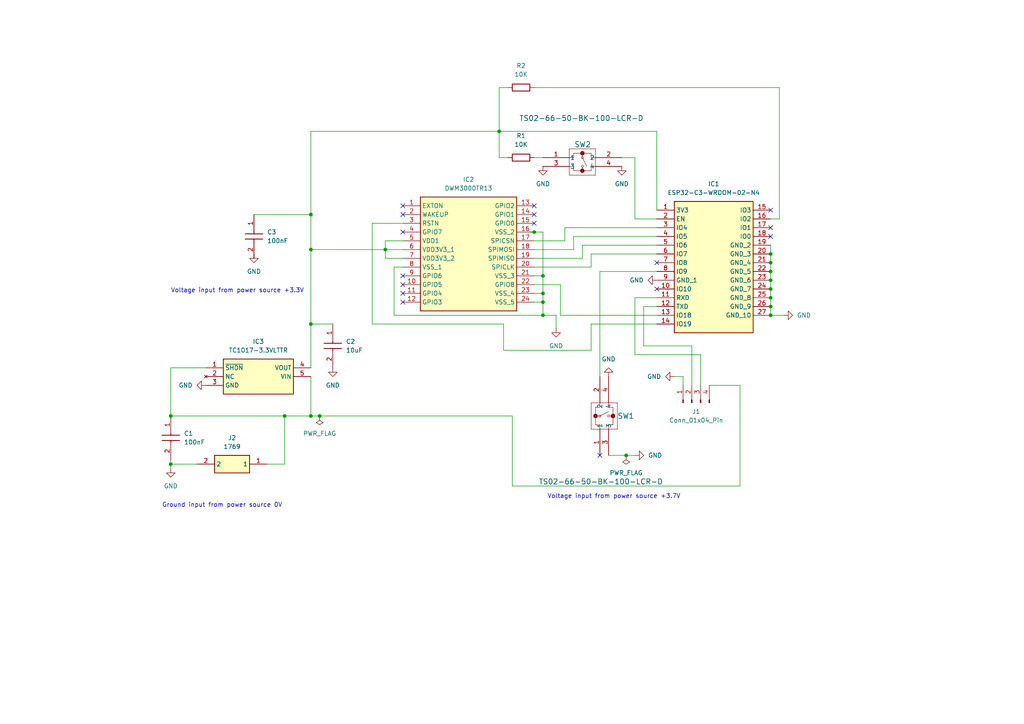
<source format=kicad_sch>
(kicad_sch (version 20230121) (generator eeschema)
  (paper "A4")
  (title_block (title "SDP Team 8 Tag PCB") (date "2025-02-03") (rev "v3") (company "UMass ECE") (comment 1 "Authors: Huy Tran, Jacob Glenn, Brian Tan, Kendrick Ong"))
  (lib_symbols
    (symbol "1769:1769"
      (property "Reference" "J" (at 16.51 7.62 0))
      (property "Value" "1769" (at 16.51 5.08 0))
      (symbol "1769_1_1"
        (rectangle (start 5.08 2.54) (end 15.24 -2.54) (stroke (width 0.254)) (fill (type background)))
        (pin passive line (at 0 0 0) (length 5.08) (name "1") (number "1"))
        (pin passive line (at 20.32 0 180) (length 5.08) (name "2") (number "2"))
      )
    )
    (symbol "6mm_push_button:TS02-66-50-BK-100-LCR-D" (pin_names (offset 0.254))
      (property "Reference" "SW2" (at 13.97 3.81 0))
      (symbol "TS02-66-50-BK-100-LCR-D_0_1"
        (polyline (pts (xy 7.62 -5.08) (xy 15.24 -5.08)) (stroke (width 0.127)))
        (polyline (pts (xy 7.62 -2.54) (xy 8.89 -2.54)) (stroke (width 0.127)))
        (polyline (pts (xy 7.62 0) (xy 8.89 0)) (stroke (width 0.127)))
        (polyline (pts (xy 7.62 2.54) (xy 7.62 -5.08)) (stroke (width 0.127)))
        (polyline (pts (xy 8.89 -3.81) (xy 13.97 -3.81)) (stroke (width 0.127)))
        (polyline (pts (xy 8.89 -2.54) (xy 8.89 -3.81)) (stroke (width 0.127)))
        (polyline (pts (xy 8.89 0) (xy 8.89 1.27)) (stroke (width 0.127)))
        (polyline (pts (xy 8.89 1.27) (xy 13.97 1.27)) (stroke (width 0.127)))
        (polyline (pts (xy 11.43 -2.8448) (xy 11.43 -3.81)) (stroke (width 0.127)))
        (polyline (pts (xy 11.43 0) (xy 12.7 -2.54)) (stroke (width 0.127)))
        (polyline (pts (xy 11.43 0.3175) (xy 11.43 1.27)) (stroke (width 0.127)))
        (polyline (pts (xy 13.97 -3.81) (xy 13.97 -2.54)) (stroke (width 0.127)))
        (polyline (pts (xy 13.97 -2.54) (xy 15.24 -2.54)) (stroke (width 0.127)))
        (polyline (pts (xy 13.97 0) (xy 15.24 0)) (stroke (width 0.127)))
        (polyline (pts (xy 13.97 1.27) (xy 13.97 0)) (stroke (width 0.127)))
        (polyline (pts (xy 15.24 -5.08) (xy 15.24 2.54)) (stroke (width 0.127)))
        (polyline (pts (xy 15.24 2.54) (xy 7.62 2.54)) (stroke (width 0.127)))
        (circle (center 11.43 -3.81) (radius 0.127) (stroke (width 0.508)))
        (circle (center 11.43 -2.54) (radius 0.3048) (stroke (width 0.127)))
        (circle (center 11.43 0) (radius 0.3048) (stroke (width 0.127)))
        (circle (center 11.43 1.27) (radius 0.127) (stroke (width 0.508)))
      )
      (symbol "TS02-66-50-BK-100-LCR-D_1_1"
        (pin passive line (at 0 0 0) (length 7.62) (name "1") (number "1"))
        (pin passive line (at 22.86 0 180) (length 7.62) (name "2") (number "2"))
        (pin power_in line (at 0 -2.54 0) (length 7.62) (name "3") (number "3"))
        (pin power_in line (at 22.86 -2.54 180) (length 7.62) (name "4") (number "4"))
      )
    )
    (symbol "Connector:Conn_01x04_Pin" (pin_names (offset 1.016) hide)
      (property "Reference" "J" (at 0 5.08 0))
      (property "Value" "Conn_01x04_Pin" (at 0 -7.62 0))
      (symbol "Conn_01x04_Pin_1_1"
        (polyline (pts (xy 1.27 -5.08) (xy 0.8636 -5.08)) (stroke (width 0.1524)))
        (polyline (pts (xy 1.27 -2.54) (xy 0.8636 -2.54)) (stroke (width 0.1524)))
        (polyline (pts (xy 1.27 0) (xy 0.8636 0)) (stroke (width 0.1524)))
        (polyline (pts (xy 1.27 2.54) (xy 0.8636 2.54)) (stroke (width 0.1524)))
        (rectangle (start 0.8636 -4.953) (end 0 -5.207) (stroke (width 0.1524)) (fill (type outline)))
        (rectangle (start 0.8636 -2.413) (end 0 -2.667) (stroke (width 0.1524)) (fill (type outline)))
        (rectangle (start 0.8636 0.127) (end 0 -0.127) (stroke (width 0.1524)) (fill (type outline)))
        (rectangle (start 0.8636 2.667) (end 0 2.413) (stroke (width 0.1524)) (fill (type outline)))
        (pin passive line (at 5.08 2.54 180) (length 3.81) (name "Pin_1") (number "1"))
        (pin passive line (at 5.08 0 180) (length 3.81) (name "Pin_2") (number "2"))
        (pin passive line (at 5.08 -2.54 180) (length 3.81) (name "Pin_3") (number "3"))
        (pin passive line (at 5.08 -5.08 180) (length 3.81) (name "Pin_4") (number "4"))
      )
    )
    (symbol "DWM3000TR13:DWM3000TR13"
      (property "Reference" "IC2" (at 19.05 7.62 0))
      (property "Value" "DWM3000TR13" (at 19.05 5.08 0))
      (symbol "DWM3000TR13_1_1"
        (rectangle (start 5.08 2.54) (end 33.02 -30.48) (stroke (width 0.254)) (fill (type background)))
        (pin passive line (at 0 0 0) (length 5.08) (name "EXTON") (number "1"))
        (pin passive line (at 0 -22.86 0) (length 5.08) (name "GPIO5") (number "10"))
        (pin passive line (at 0 -25.4 0) (length 5.08) (name "GPIO4") (number "11"))
        (pin passive line (at 0 -27.94 0) (length 5.08) (name "GPIO3") (number "12"))
        (pin passive line (at 38.1 0 180) (length 5.08) (name "GPIO2") (number "13"))
        (pin passive line (at 38.1 -2.54 180) (length 5.08) (name "GPIO1") (number "14"))
        (pin passive line (at 38.1 -5.08 180) (length 5.08) (name "GPIO0") (number "15"))
        (pin power_in line (at 38.1 -7.62 180) (length 5.08) (name "VSS_2") (number "16"))
        (pin passive line (at 38.1 -10.16 180) (length 5.08) (name "SPICSN") (number "17"))
        (pin passive line (at 38.1 -12.7 180) (length 5.08) (name "SPIMOSI") (number "18"))
        (pin passive line (at 38.1 -15.24 180) (length 5.08) (name "SPIMISO") (number "19"))
        (pin passive line (at 0 -2.54 0) (length 5.08) (name "WAKEUP") (number "2"))
        (pin passive line (at 38.1 -17.78 180) (length 5.08) (name "SPICLK") (number "20"))
        (pin power_in line (at 38.1 -20.32 180) (length 5.08) (name "VSS_3") (number "21"))
        (pin passive line (at 38.1 -22.86 180) (length 5.08) (name "GPIO8") (number "22"))
        (pin power_in line (at 38.1 -25.4 180) (length 5.08) (name "VSS_4") (number "23"))
        (pin power_in line (at 38.1 -27.94 180) (length 5.08) (name "VSS_5") (number "24"))
        (pin passive line (at 0 -5.08 0) (length 5.08) (name "RSTN") (number "3"))
        (pin passive line (at 0 -7.62 0) (length 5.08) (name "GPIO7") (number "4"))
        (pin passive line (at 0 -10.16 0) (length 5.08) (name "VDD1") (number "5"))
        (pin passive line (at 0 -12.7 0) (length 5.08) (name "VDD3V3_1") (number "6"))
        (pin passive line (at 0 -15.24 0) (length 5.08) (name "VDD3V3_2") (number "7"))
        (pin passive line (at 0 -17.78 0) (length 5.08) (name "VSS_1") (number "8"))
        (pin passive line (at 0 -20.32 0) (length 5.08) (name "GPIO6") (number "9"))
      )
    )
    (symbol "Device:R" (pin_numbers hide) (pin_names (offset 0))
      (property "Reference" "R" (at 2.032 0 90))
      (property "Value" "R" (at 0 0 90))
      (symbol "R_0_1"
        (rectangle (start -1.016 -2.54) (end 1.016 2.54) (stroke (width 0.254)))
      )
      (symbol "R_1_1"
        (pin passive line (at 0 3.81 270) (length 1.27) (name "~") (number "1"))
        (pin passive line (at 0 -3.81 90) (length 1.27) (name "~") (number "2"))
      )
    )
    (symbol "ESP32-C3-WROOM-02-N4:ESP32-C3-WROOM-02-N4"
      (property "Reference" "IC" (at 29.21 7.62 0))
      (property "Value" "ESP32-C3-WROOM-02-N4" (at 29.21 5.08 0))
      (symbol "ESP32-C3-WROOM-02-N4_1_1"
        (rectangle (start 5.08 2.54) (end 27.94 -35.56) (stroke (width 0.254)) (fill (type background)))
        (pin passive line (at 0 0 0) (length 5.08) (name "3V3") (number "1"))
        (pin passive line (at 0 -22.86 0) (length 5.08) (name "IO10") (number "10"))
        (pin passive line (at 0 -25.4 0) (length 5.08) (name "RXD") (number "11"))
        (pin passive line (at 0 -27.94 0) (length 5.08) (name "TXD") (number "12"))
        (pin passive line (at 0 -30.48 0) (length 5.08) (name "IO18") (number "13"))
        (pin passive line (at 0 -33.02 0) (length 5.08) (name "IO19") (number "14"))
        (pin passive line (at 33.02 0 180) (length 5.08) (name "IO3") (number "15"))
        (pin passive line (at 33.02 -2.54 180) (length 5.08) (name "IO2") (number "16"))
        (pin passive line (at 33.02 -5.08 180) (length 5.08) (name "IO1") (number "17"))
        (pin passive line (at 33.02 -7.62 180) (length 5.08) (name "IO0") (number "18"))
        (pin passive line (at 33.02 -10.16 180) (length 5.08) (name "GND_2") (number "19"))
        (pin passive line (at 0 -2.54 0) (length 5.08) (name "EN") (number "2"))
        (pin passive line (at 33.02 -12.7 180) (length 5.08) (name "GND_3") (number "20"))
        (pin passive line (at 33.02 -15.24 180) (length 5.08) (name "GND_4") (number "21"))
        (pin passive line (at 33.02 -17.78 180) (length 5.08) (name "GND_5") (number "22"))
        (pin passive line (at 33.02 -20.32 180) (length 5.08) (name "GND_6") (number "23"))
        (pin passive line (at 33.02 -22.86 180) (length 5.08) (name "GND_7") (number "24"))
        (pin passive line (at 33.02 -25.4 180) (length 5.08) (name "GND_8") (number "25"))
        (pin passive line (at 33.02 -27.94 180) (length 5.08) (name "GND_9") (number "26"))
        (pin passive line (at 33.02 -30.48 180) (length 5.08) (name "GND_10") (number "27"))
        (pin passive line (at 0 -5.08 0) (length 5.08) (name "IO4") (number "3"))
        (pin passive line (at 0 -7.62 0) (length 5.08) (name "IO5") (number "4"))
        (pin passive line (at 0 -10.16 0) (length 5.08) (name "IO6") (number "5"))
        (pin passive line (at 0 -12.7 0) (length 5.08) (name "IO7") (number "6"))
        (pin passive line (at 0 -15.24 0) (length 5.08) (name "IO8") (number "7"))
        (pin passive line (at 0 -17.78 0) (length 5.08) (name "IO9") (number "8"))
        (pin passive line (at 0 -20.32 0) (length 5.08) (name "GND_1") (number "9"))
      )
    )
    (symbol "GCM21BD70J106KE02L:GCM21BD70J106KE02L" (pin_names hide)
      (property "Reference" "C" (at 8.89 6.35 0))
      (property "Value" "GCM21BD70J106KE02L" (at 8.89 3.81 0))
      (symbol "GCM21BD70J106KE02L_1_1"
        (polyline (pts (xy 5.08 0) (xy 5.588 0)) (stroke (width 0.254)))
        (polyline (pts (xy 5.588 2.54) (xy 5.588 -2.54)) (stroke (width 0.254)))
        (polyline (pts (xy 7.112 0) (xy 7.62 0)) (stroke (width 0.254)))
        (polyline (pts (xy 7.112 2.54) (xy 7.112 -2.54)) (stroke (width 0.254)))
        (pin passive line (at 0 0 0) (length 5.08) (name "1") (number "1"))
        (pin passive line (at 12.7 0 180) (length 5.08) (name "2") (number "2"))
      )
    )
    (symbol "KAM21BR71H104JT:KAM21BR71H104JT" (pin_names hide)
      (property "Reference" "C" (at 8.89 6.35 0))
      (property "Value" "KAM21BR71H104JT" (at 8.89 3.81 0))
      (symbol "KAM21BR71H104JT_1_1"
        (polyline (pts (xy 5.08 0) (xy 5.588 0)) (stroke (width 0.254)))
        (polyline (pts (xy 5.588 2.54) (xy 5.588 -2.54)) (stroke (width 0.254)))
        (polyline (pts (xy 7.112 0) (xy 7.62 0)) (stroke (width 0.254)))
        (polyline (pts (xy 7.112 2.54) (xy 7.112 -2.54)) (stroke (width 0.254)))
        (pin passive line (at 0 0 0) (length 5.08) (name "1") (number "1"))
        (pin passive line (at 12.7 0 180) (length 5.08) (name "2") (number "2"))
      )
    )
    (symbol "TC1017-3_3VLTTR:TC1017-3.3VLTTR"
      (property "Reference" "IC3" (at 15.24 7.62 0))
      (property "Value" "TC1017-3.3VLTTR" (at 15.24 5.08 0))
      (symbol "TC1017-3.3VLTTR_1_1"
        (rectangle (start 5.08 2.54) (end 25.4 -7.62) (stroke (width 0.254)) (fill (type background)))
        (pin passive line (at 0 0 0) (length 5.08) (name "~{SHDN}") (number "1"))
        (pin no_connect line (at 0 -2.54 0) (length 5.08) (name "NC") (number "2"))
        (pin power_in line (at 0 -5.08 0) (length 5.08) (name "GND") (number "3"))
        (pin power_out line (at 30.48 0 180) (length 5.08) (name "VOUT") (number "4"))
        (pin power_in line (at 30.48 -2.54 180) (length 5.08) (name "VIN") (number "5"))
      )
    )
    (symbol "TS02-66-50-BK-100-LCR-D_1" (pin_names (offset 0.254))
      (symbol "TS02-66-50-BK-100-LCR-D_1_0_1"
        (polyline (pts (xy 7.62 -5.08) (xy 15.24 -5.08)) (stroke (width 0.127)))
        (polyline (pts (xy 7.62 -2.54) (xy 8.89 -2.54)) (stroke (width 0.127)))
        (polyline (pts (xy 7.62 0) (xy 8.89 0)) (stroke (width 0.127)))
        (polyline (pts (xy 7.62 2.54) (xy 7.62 -5.08)) (stroke (width 0.127)))
        (polyline (pts (xy 8.89 -3.81) (xy 13.97 -3.81)) (stroke (width 0.127)))
        (polyline (pts (xy 8.89 -2.54) (xy 8.89 -3.81)) (stroke (width 0.127)))
        (polyline (pts (xy 8.89 0) (xy 8.89 1.27)) (stroke (width 0.127)))
        (polyline (pts (xy 8.89 1.27) (xy 13.97 1.27)) (stroke (width 0.127)))
        (polyline (pts (xy 11.43 -2.8448) (xy 11.43 -3.81)) (stroke (width 0.127)))
        (polyline (pts (xy 11.43 0) (xy 12.7 -2.54)) (stroke (width 0.127)))
        (polyline (pts (xy 11.43 0.3175) (xy 11.43 1.27)) (stroke (width 0.127)))
        (polyline (pts (xy 13.97 -3.81) (xy 13.97 -2.54)) (stroke (width 0.127)))
        (polyline (pts (xy 13.97 -2.54) (xy 15.24 -2.54)) (stroke (width 0.127)))
        (polyline (pts (xy 13.97 0) (xy 15.24 0)) (stroke (width 0.127)))
        (polyline (pts (xy 13.97 1.27) (xy 13.97 0)) (stroke (width 0.127)))
        (polyline (pts (xy 15.24 -5.08) (xy 15.24 2.54)) (stroke (width 0.127)))
        (polyline (pts (xy 15.24 2.54) (xy 7.62 2.54)) (stroke (width 0.127)))
        (circle (center 11.43 -3.81) (radius 0.127) (stroke (width 0.508)))
        (circle (center 11.43 -2.54) (radius 0.3048) (stroke (width 0.127)))
        (circle (center 11.43 0) (radius 0.3048) (stroke (width 0.127)))
        (circle (center 11.43 1.27) (radius 0.127) (stroke (width 0.508)))
      )
      (symbol "TS02-66-50-BK-100-LCR-D_1_1_1"
        (pin input line (at 0 0 0) (length 7.62) (name "1") (number "1"))
        (pin input line (at 22.86 0 180) (length 7.62) (name "2") (number "2"))
        (pin power_in line (at 0 -2.54 0) (length 7.62) (name "3") (number "3"))
        (pin power_in line (at 22.86 -2.54 180) (length 7.62) (name "4") (number "4"))
      )
    )
    (symbol "power:GND" (power) (pin_names (offset 0))
      (property "Value" "GND" (at 0 -3.81 0))
      (symbol "GND_0_1"
        (polyline (pts (xy 0 0) (xy 0 -1.27) (xy 1.27 -1.27) (xy 0 -2.54) (xy -1.27 -1.27) (xy 0 -1.27)))
      )
      (symbol "GND_1_1"
        (pin power_in line (at 0 0 270) (length 0) hide (name "GND") (number "1"))
      )
    )
    (symbol "power:PWR_FLAG" (power) (pin_numbers hide) (pin_names (offset 0) hide)
      (property "Value" "PWR_FLAG" (at 0 3.81 0))
      (symbol "PWR_FLAG_0_0"
        (pin power_out line (at 0 0 90) (length 0) (name "pwr") (number "1"))
      )
      (symbol "PWR_FLAG_0_1"
        (polyline (pts (xy 0 0) (xy 0 1.27) (xy -1.016 1.905) (xy 0 2.54) (xy 1.016 1.905) (xy 0 1.27)))
      )
    )
  )
  (junction (at 82.55 120.65))
  (junction (at 49.53 120.65))
  (junction (at 157.48 85.09))
  (junction (at 111.76 72.39))
  (junction (at 223.52 83.82))
  (junction (at 157.48 91.44))
  (junction (at 49.53 134.62))
  (junction (at 223.52 73.66))
  (junction (at 223.52 88.9))
  (junction (at 90.17 72.39))
  (junction (at 157.48 87.63))
  (junction (at 154.94 67.31))
  (junction (at 223.52 76.2))
  (junction (at 92.71 120.65))
  (junction (at 223.52 81.28))
  (junction (at 90.17 62.23))
  (junction (at 157.48 80.01))
  (junction (at 223.52 91.44))
  (junction (at 223.52 86.36))
  (junction (at 181.61 132.08))
  (junction (at 223.52 78.74))
  (junction (at 144.78 38.1))
  (junction (at 90.17 120.65))
  (junction (at 90.17 93.98))
  (no_connect (at 116.84 62.23))
  (no_connect (at 154.94 62.23))
  (no_connect (at 223.52 60.96))
  (no_connect (at 116.84 67.31))
  (no_connect (at 223.52 66.04))
  (no_connect (at 116.84 82.55))
  (no_connect (at 190.5 76.2))
  (no_connect (at 116.84 59.69))
  (no_connect (at 154.94 59.69))
  (no_connect (at 116.84 87.63))
  (no_connect (at 116.84 85.09))
  (no_connect (at 154.94 64.77))
  (no_connect (at 190.5 83.82))
  (no_connect (at 116.84 80.01))
  (no_connect (at 223.52 68.58))
  (no_connect (at 173.99 132.08))
  (wire (pts (xy 154.94 80.01) (xy 157.48 80.01)))
  (wire (pts (xy 114.3 77.47) (xy 114.3 91.44)))
  (wire (pts (xy 154.94 72.39) (xy 166.37 72.39)))
  (wire (pts (xy 161.29 91.44) (xy 157.48 91.44)))
  (wire (pts (xy 200.66 100.33) (xy 200.66 111.76)))
  (wire (pts (xy 186.69 88.9) (xy 186.69 100.33)))
  (wire (pts (xy 181.61 132.08) (xy 184.15 132.08)))
  (wire (pts (xy 157.48 87.63) (xy 157.48 91.44)))
  (wire (pts (xy 49.53 134.62) (xy 57.15 134.62)))
  (wire (pts (xy 111.76 72.39) (xy 116.84 72.39)))
  (wire (pts (xy 190.5 38.1) (xy 190.5 60.96)))
  (wire (pts (xy 173.99 78.74) (xy 173.99 109.22)))
  (wire (pts (xy 116.84 64.77) (xy 107.95 64.77)))
  (wire (pts (xy 163.83 66.04) (xy 190.5 66.04)))
  (wire (pts (xy 171.45 93.98) (xy 190.5 93.98)))
  (wire (pts (xy 154.94 45.72) (xy 157.48 45.72)))
  (wire (pts (xy 49.53 135.89) (xy 49.53 134.62)))
  (wire (pts (xy 49.53 106.68) (xy 49.53 120.65)))
  (wire (pts (xy 190.5 88.9) (xy 186.69 88.9)))
  (wire (pts (xy 223.52 83.82) (xy 223.52 86.36)))
  (wire (pts (xy 154.94 87.63) (xy 157.48 87.63)))
  (wire (pts (xy 157.48 67.31) (xy 157.48 80.01)))
  (wire (pts (xy 226.06 63.5) (xy 226.06 25.4)))
  (wire (pts (xy 146.05 101.6) (xy 171.45 101.6)))
  (wire (pts (xy 223.52 91.44) (xy 227.33 91.44)))
  (wire (pts (xy 157.48 85.09) (xy 157.48 87.63)))
  (wire (pts (xy 223.52 88.9) (xy 223.52 91.44)))
  (wire (pts (xy 168.91 71.12) (xy 190.5 71.12)))
  (wire (pts (xy 190.5 78.74) (xy 173.99 78.74)))
  (wire (pts (xy 190.5 86.36) (xy 184.15 86.36)))
  (wire (pts (xy 176.53 132.08) (xy 181.61 132.08)))
  (wire (pts (xy 171.45 73.66) (xy 190.5 73.66)))
  (wire (pts (xy 223.52 81.28) (xy 223.52 83.82)))
  (wire (pts (xy 144.78 38.1) (xy 144.78 25.4)))
  (wire (pts (xy 90.17 120.65) (xy 92.71 120.65)))
  (wire (pts (xy 154.94 69.85) (xy 163.83 69.85)))
  (wire (pts (xy 226.06 25.4) (xy 154.94 25.4)))
  (wire (pts (xy 114.3 91.44) (xy 157.48 91.44)))
  (wire (pts (xy 180.34 45.72) (xy 184.15 45.72)))
  (wire (pts (xy 90.17 93.98) (xy 96.52 93.98)))
  (wire (pts (xy 90.17 72.39) (xy 90.17 93.98)))
  (wire (pts (xy 184.15 102.87) (xy 203.2 102.87)))
  (wire (pts (xy 144.78 38.1) (xy 144.78 45.72)))
  (wire (pts (xy 116.84 69.85) (xy 111.76 69.85)))
  (wire (pts (xy 214.63 140.97) (xy 214.63 111.76)))
  (wire (pts (xy 171.45 101.6) (xy 171.45 93.98)))
  (wire (pts (xy 166.37 72.39) (xy 166.37 68.58)))
  (wire (pts (xy 92.71 120.65) (xy 148.59 120.65)))
  (wire (pts (xy 223.52 86.36) (xy 223.52 88.9)))
  (wire (pts (xy 203.2 102.87) (xy 203.2 111.76)))
  (wire (pts (xy 144.78 38.1) (xy 190.5 38.1)))
  (wire (pts (xy 90.17 62.23) (xy 90.17 72.39)))
  (wire (pts (xy 171.45 77.47) (xy 171.45 73.66)))
  (wire (pts (xy 154.94 85.09) (xy 157.48 85.09)))
  (wire (pts (xy 146.05 93.98) (xy 146.05 101.6)))
  (wire (pts (xy 223.52 73.66) (xy 223.52 76.2)))
  (wire (pts (xy 223.52 78.74) (xy 223.52 81.28)))
  (wire (pts (xy 144.78 45.72) (xy 147.32 45.72)))
  (wire (pts (xy 90.17 109.22) (xy 90.17 120.65)))
  (wire (pts (xy 90.17 38.1) (xy 144.78 38.1)))
  (wire (pts (xy 49.53 120.65) (xy 82.55 120.65)))
  (wire (pts (xy 184.15 63.5) (xy 190.5 63.5)))
  (wire (pts (xy 184.15 45.72) (xy 184.15 63.5)))
  (wire (pts (xy 154.94 77.47) (xy 171.45 77.47)))
  (wire (pts (xy 114.3 77.47) (xy 116.84 77.47)))
  (wire (pts (xy 90.17 38.1) (xy 90.17 62.23)))
  (wire (pts (xy 144.78 25.4) (xy 147.32 25.4)))
  (wire (pts (xy 166.37 68.58) (xy 190.5 68.58)))
  (wire (pts (xy 168.91 74.93) (xy 168.91 71.12)))
  (wire (pts (xy 154.94 74.93) (xy 168.91 74.93)))
  (wire (pts (xy 195.58 109.22) (xy 198.12 109.22)))
  (wire (pts (xy 77.47 134.62) (xy 82.55 134.62)))
  (wire (pts (xy 107.95 93.98) (xy 146.05 93.98)))
  (wire (pts (xy 148.59 120.65) (xy 148.59 140.97)))
  (wire (pts (xy 154.94 67.31) (xy 157.48 67.31)))
  (wire (pts (xy 223.52 63.5) (xy 226.06 63.5)))
  (wire (pts (xy 82.55 120.65) (xy 82.55 134.62)))
  (wire (pts (xy 161.29 91.44) (xy 161.29 95.25)))
  (wire (pts (xy 116.84 74.93) (xy 111.76 74.93)))
  (wire (pts (xy 73.66 62.23) (xy 90.17 62.23)))
  (wire (pts (xy 214.63 111.76) (xy 205.74 111.76)))
  (wire (pts (xy 111.76 74.93) (xy 111.76 72.39)))
  (wire (pts (xy 153.67 67.31) (xy 154.94 67.31)))
  (wire (pts (xy 90.17 72.39) (xy 111.76 72.39)))
  (wire (pts (xy 82.55 120.65) (xy 90.17 120.65)))
  (wire (pts (xy 49.53 134.62) (xy 49.53 133.35)))
  (wire (pts (xy 223.52 71.12) (xy 223.52 73.66)))
  (wire (pts (xy 111.76 69.85) (xy 111.76 72.39)))
  (wire (pts (xy 107.95 64.77) (xy 107.95 93.98)))
  (wire (pts (xy 73.66 74.93) (xy 73.66 73.66)))
  (wire (pts (xy 90.17 93.98) (xy 90.17 106.68)))
  (wire (pts (xy 162.56 91.44) (xy 190.5 91.44)))
  (wire (pts (xy 163.83 69.85) (xy 163.83 66.04)))
  (wire (pts (xy 154.94 82.55) (xy 162.56 82.55)))
  (wire (pts (xy 198.12 109.22) (xy 198.12 111.76)))
  (wire (pts (xy 157.48 80.01) (xy 157.48 85.09)))
  (wire (pts (xy 186.69 100.33) (xy 200.66 100.33)))
  (wire (pts (xy 148.59 140.97) (xy 214.63 140.97)))
  (wire (pts (xy 223.52 76.2) (xy 223.52 78.74)))
  (wire (pts (xy 184.15 86.36) (xy 184.15 102.87)))
  (wire (pts (xy 162.56 82.55) (xy 162.56 91.44)))
  (wire (pts (xy 59.69 106.68) (xy 49.53 106.68)))
  (text "Ground input from power source 0V" (at 46.99 147.32 0) (effects (font (size 1.27 1.27)) (justify left bottom)))
  (text "Voltage input from power source +3.7V" (at 158.75 144.78 0) (effects (font (size 1.27 1.27)) (justify left bottom)))
  (text "Voltage input from power source +3.3V" (at 49.53 85.09 0) (effects (font (size 1.27 1.27)) (justify left bottom)))
  (symbol (lib_id "GCM21BD70J106KE02L:GCM21BD70J106KE02L") (at 96.52 93.98 270) (unit 1)
    (property "Reference" "C2" (at 100.33 99.06 90) (effects (justify left)))
    (property "Value" "10uF" (at 100.33 101.6 90) (effects (justify left)))
    (property "Footprint" "10uF_footprint:CAPC2012X140N" (effects hide))
    (property "Datasheet" "https://search.murata.co.jp/Ceramy/image/img/A01X/G101/ENG/GCM21BD70J106KE02-02A.pdf" (effects hide))
    (property "Height" "1.4" (effects hide))
    (property "Mouser Part Number" "81-GCM21BD70J106KE2L" (effects hide))
    (property "Mouser Price/Stock" "https://www.mouser.co.uk/ProductDetail/Murata-Electronics/GCM21BD70J106KE02L?qs=ufv2HEpFn%252BQzwgDiqNzRPg%3D%3D" (effects hide))
    (property "Manufacturer_Name" "Murata Electronics" (effects hide))
    (property "Manufacturer_Part_Number" "GCM21BD70J106KE02L" (effects hide))
  )
  (symbol (lib_id "DWM3000TR13:DWM3000TR13") (at 116.84 59.69 0) (unit 1)
    (property "Reference" "IC2" (at 135.89 52.07 0))
    (property "Value" "DWM3000TR13" (at 135.89 54.61 0))
    (property "Footprint" "dwm3000_footprint:XCVR_DWM3000TR13" (effects hide))
    (property "Datasheet" "https://www.qorvo.com/products/d/da008334" (effects hide))
    (property "Height" "2.89" (effects hide))
    (property "Mouser Part Number" "772-DWM3000TR13" (effects hide))
    (property "Mouser Price/Stock" "https://www.mouser.co.uk/ProductDetail/Qorvo/DWM3000TR13?qs=hWgE7mdIu5QrWWDEt6OFQw%3D%3D" (effects hide))
    (property "Manufacturer_Name" "Qorvo" (effects hide))
    (property "Manufacturer_Part_Number" "DWM3000TR13" (effects hide))
  )
  (symbol (lib_id "power:PWR_FLAG") (at 181.61 132.08 180) (unit 1)
    (property "Reference" "#FLG01" (effects hide))
    (property "Value" "PWR_FLAG" (at 181.61 137.16 0))
  )
  (symbol (lib_id "power:GND") (at 161.29 95.25 0) (unit 1)
    (property "Reference" "#PWR014" (effects hide))
    (property "Value" "GND" (at 161.29 100.33 0))
  )
  (symbol (lib_id "KAM21BR71H104JT:KAM21BR71H104JT") (at 73.66 62.23 270) (unit 1)
    (property "Reference" "C3" (at 77.47 67.31 90) (effects (justify left)))
    (property "Value" "100nF" (at 77.47 69.85 90) (effects (justify left)))
    (property "Footprint" "100nF_footprint:CAPC2012X94N" (effects hide))
    (property "Datasheet" "https://spicat.kyocera-avx.com/product/mlcc/chartview/KAM21BR71H104JT/DataSheet/X7R" (effects hide))
    (property "Height" "0.94" (effects hide))
    (property "Mouser Part Number" "581-KAM21BR71H104JT" (effects hide))
    (property "Mouser Price/Stock" "https://www.mouser.co.uk/ProductDetail/KYOCERA-AVX/KAM21BR71H104JT?qs=Jm2GQyTW%2Fbic6Zk4McEt6w%3D%3D" (effects hide))
    (property "Manufacturer_Name" "Kyocera AVX" (effects hide))
    (property "Manufacturer_Part_Number" "KAM21BR71H104JT" (effects hide))
  )
  (symbol (lib_id "Connector:Conn_01x04_Pin") (at 200.66 116.84 90) (unit 1)
    (property "Reference" "J1" (at 201.93 119.38 90))
    (property "Value" "Conn_01x04_Pin" (at 201.93 121.92 90))
    (property "Footprint" "Connector_PinHeader_2.54mm:PinHeader_1x04_P2.54mm_Vertical" (effects hide))
  )
  (symbol (lib_id "KAM21BR71H104JT:KAM21BR71H104JT") (at 49.53 120.65 270) (unit 1)
    (property "Reference" "C1" (at 53.34 125.73 90) (effects (justify left)))
    (property "Value" "100nF" (at 53.34 128.27 90) (effects (justify left)))
    (property "Footprint" "100nF_footprint:CAPC2012X94N" (effects hide))
    (property "Datasheet" "https://spicat.kyocera-avx.com/product/mlcc/chartview/KAM21BR71H104JT/DataSheet/X7R" (effects hide))
    (property "Height" "0.94" (effects hide))
    (property "Mouser Part Number" "581-KAM21BR71H104JT" (effects hide))
    (property "Mouser Price/Stock" "https://www.mouser.co.uk/ProductDetail/KYOCERA-AVX/KAM21BR71H104JT?qs=Jm2GQyTW%2Fbic6Zk4McEt6w%3D%3D" (effects hide))
    (property "Manufacturer_Name" "Kyocera AVX" (effects hide))
    (property "Manufacturer_Part_Number" "KAM21BR71H104JT" (effects hide))
  )
  (symbol (lib_id "ESP32-C3-WROOM-02-N4:ESP32-C3-WROOM-02-N4") (at 190.5 60.96 0) (unit 1)
    (property "Reference" "IC1" (at 207.01 53.34 0))
    (property "Value" "ESP32-C3-WROOM-02-N4" (at 207.01 55.88 0))
    (property "Footprint" "esp_32_c3_footprint:ESP32C3WROOM02N4" (effects hide))
    (property "Datasheet" "https://www.mouser.ch/datasheet/2/891/Espressif_ESP32_C3_WROOM_02-2006871.pdf" (effects hide))
    (property "Height" "3.35" (effects hide))
    (property "Mouser Part Number" "356-ESP32C3WROOM02N4" (effects hide))
    (property "Mouser Price/Stock" "https://www.mouser.co.uk/ProductDetail/Espressif-Systems/ESP32-C3-WROOM-02-N4?qs=stqOd1AaK7%2FqjTZKEOgfUg%3D%3D" (effects hide))
    (property "Manufacturer_Name" "Espressif Systems" (effects hide))
    (property "Manufacturer_Part_Number" "ESP32-C3-WROOM-02-N4" (effects hide))
  )
  (symbol (lib_id "power:PWR_FLAG") (at 92.71 120.65 180) (unit 1)
    (property "Reference" "#FLG02" (effects hide))
    (property "Value" "PWR_FLAG" (at 92.71 125.73 0))
  )
  (symbol (lib_id "1769:1769") (at 77.47 134.62 180) (unit 1)
    (property "Reference" "J2" (at 67.31 127 0))
    (property "Value" "1769" (at 67.31 129.54 0))
    (property "Footprint" "lipo_charger_footprint:1769" (effects hide))
    (property "Datasheet" "https://cdn-shop.adafruit.com/datasheets/17311.pdf" (effects hide))
    (property "Mouser Part Number" "485-1769" (effects hide))
    (property "Mouser Price/Stock" "https://www.mouser.co.uk/ProductDetail/Adafruit/1769?qs=GURawfaeGuBbgoGtf2XstA%3D%3D" (effects hide))
    (property "Manufacturer_Name" "Adafruit" (effects hide))
    (property "Manufacturer_Part_Number" "1769" (effects hide))
  )
  (symbol (lib_id "power:GND") (at 157.48 48.26 0) (unit 1)
    (property "Reference" "#PWR09" (effects hide))
    (property "Value" "GND" (at 157.48 53.34 0))
  )
  (symbol (lib_id "power:GND") (at 176.53 109.22 180) (unit 1)
    (property "Reference" "#PWR07" (effects hide))
    (property "Value" "GND" (at 176.53 104.14 0))
  )
  (symbol (lib_id "Device:R") (at 151.13 45.72 90) (unit 1)
    (property "Reference" "R1" (at 151.13 39.37 90))
    (property "Value" "10K" (at 151.13 41.91 90))
    (property "Footprint" "10k_ohm_footprint:RESC3216X65N" (effects hide))
  )
  (symbol (lib_id "power:GND") (at 180.34 48.26 0) (unit 1)
    (property "Reference" "#PWR012" (effects hide))
    (property "Value" "GND" (at 180.34 53.34 0))
  )
  (symbol (lib_id "power:GND") (at 184.15 132.08 90) (unit 1)
    (property "Reference" "#PWR03" (effects hide))
    (property "Value" "GND" (at 187.96 132.08 90) (effects (justify right)))
  )
  (symbol (lib_id "power:GND") (at 96.52 106.68 0) (unit 1)
    (property "Reference" "#PWR05" (effects hide))
    (property "Value" "GND" (at 96.52 111.76 0))
  )
  (symbol (lib_id "Device:R") (at 151.13 25.4 90) (unit 1)
    (property "Reference" "R2" (at 151.13 19.05 90))
    (property "Value" "10K" (at 151.13 21.59 90))
    (property "Footprint" "10k_ohm_footprint:RESC3216X65N" (effects hide))
  )
  (symbol (lib_name "TS02-66-50-BK-100-LCR-D_1") (lib_id "6mm_push_button:TS02-66-50-BK-100-LCR-D") (at 173.99 132.08 90) (unit 1)
    (property "Reference" "SW1" (at 179.07 120.65 90) (effects (font (size 1.524 1.524)) (justify right)))
    (property "Value" "TS02-66-50-BK-100-LCR-D" (at 156.21 139.7 90) (effects (font (size 1.524 1.524)) (justify right)))
    (property "Footprint" "6mm_push_button_footprint:6mm_push_button_footprint" (effects hide))
    (property "Datasheet" "TS02-66-50-BK-100-LCR-D" (effects hide))
  )
  (symbol (lib_id "power:GND") (at 49.53 135.89 0) (unit 1)
    (property "Reference" "#PWR04" (effects hide))
    (property "Value" "GND" (at 49.53 140.97 0))
  )
  (symbol (lib_id "power:GND") (at 227.33 91.44 90) (unit 1)
    (property "Reference" "#PWR08" (effects hide))
    (property "Value" "GND" (at 231.14 91.44 90) (effects (justify right)))
  )
  (symbol (lib_id "power:GND") (at 73.66 73.66 0) (unit 1)
    (property "Reference" "#PWR01" (effects hide))
    (property "Value" "GND" (at 73.66 78.74 0))
  )
  (symbol (lib_id "power:GND") (at 190.5 81.28 270) (unit 1)
    (property "Reference" "#PWR06" (effects hide))
    (property "Value" "GND" (at 186.69 81.28 90) (effects (justify right)))
  )
  (symbol (lib_id "6mm_push_button:TS02-66-50-BK-100-LCR-D") (at 157.48 45.72 0) (unit 1)
    (property "Reference" "SW2" (at 171.45 41.91 0) (effects (font (size 1.524 1.524)) (justify right)))
    (property "Value" "TS02-66-50-BK-100-LCR-D" (at 186.69 34.29 0) (effects (font (size 1.524 1.524)) (justify right)))
    (property "Footprint" "6mm_push_button_footprint:6mm_push_button_footprint" (effects hide))
    (property "Datasheet" "TS02-66-50-BK-100-LCR-D" (effects hide))
  )
  (symbol (lib_id "TC1017-3_3VLTTR:TC1017-3.3VLTTR") (at 59.69 106.68 0) (unit 1)
    (property "Reference" "IC3" (at 74.93 99.06 0))
    (property "Value" "TC1017-3.3VLTTR" (at 74.93 101.6 0))
    (property "Footprint" "footprint:SOT65P210X110-5N" (effects hide))
    (property "Datasheet" "https://componentsearchengine.com/Datasheets/2/TC1017-3.3VLTTR.pdf" (effects hide))
    (property "Height" "1.1" (effects hide))
    (property "Mouser Part Number" "579-TC1017-3.3VLTTR" (effects hide))
    (property "Mouser Price/Stock" "https://www.mouser.co.uk/ProductDetail/Microchip-Technology/TC1017-3.3VLTTR?qs=rh436G1KrYwDLpcrwwJPXg%3D%3D" (effects hide))
    (property "Manufacturer_Name" "Microchip" (effects hide))
    (property "Manufacturer_Part_Number" "TC1017-3.3VLTTR" (effects hide))
  )
  (symbol (lib_id "power:GND") (at 59.69 111.76 270) (unit 1)
    (property "Reference" "#PWR013" (effects hide))
    (property "Value" "GND" (at 55.88 111.76 90) (effects (justify right)))
  )
  (symbol (lib_id "power:GND") (at 195.58 109.22 270) (unit 1)
    (property "Reference" "#PWR011" (effects hide))
    (property "Value" "GND" (at 191.77 109.22 90) (effects (justify right)))
  )
)
</source>
